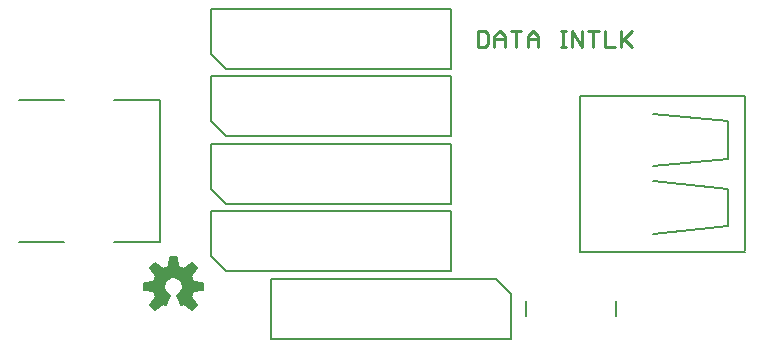
<source format=gto>
G75*
%MOIN*%
%OFA0B0*%
%FSLAX24Y24*%
%IPPOS*%
%LPD*%
%AMOC8*
5,1,8,0,0,1.08239X$1,22.5*
%
%ADD10C,0.0090*%
%ADD11C,0.0080*%
%ADD12C,0.0050*%
%ADD13C,0.0059*%
D10*
X016956Y010255D02*
X017211Y010255D01*
X017297Y010340D01*
X017297Y010680D01*
X017211Y010765D01*
X016956Y010765D01*
X016956Y010255D01*
X017509Y010255D02*
X017509Y010595D01*
X017679Y010765D01*
X017849Y010595D01*
X017849Y010255D01*
X017849Y010510D02*
X017509Y010510D01*
X018061Y010765D02*
X018401Y010765D01*
X018231Y010765D02*
X018231Y010255D01*
X018614Y010255D02*
X018614Y010595D01*
X018784Y010765D01*
X018954Y010595D01*
X018954Y010255D01*
X018954Y010510D02*
X018614Y010510D01*
X019719Y010255D02*
X019889Y010255D01*
X019804Y010255D02*
X019804Y010765D01*
X019719Y010765D02*
X019889Y010765D01*
X020087Y010765D02*
X020427Y010255D01*
X020427Y010765D01*
X020639Y010765D02*
X020980Y010765D01*
X020810Y010765D02*
X020810Y010255D01*
X021192Y010255D02*
X021532Y010255D01*
X021744Y010255D02*
X021744Y010765D01*
X021744Y010425D02*
X022085Y010765D01*
X021829Y010510D02*
X022085Y010255D01*
X021192Y010255D02*
X021192Y010765D01*
X020087Y010765D02*
X020087Y010255D01*
D11*
X006360Y008472D02*
X004825Y008472D01*
X006360Y008472D02*
X006360Y003748D01*
X004825Y003748D01*
X003171Y003748D02*
X001675Y003748D01*
X001675Y008472D02*
X003171Y008472D01*
X018561Y001760D02*
X018561Y001260D01*
X021561Y001260D02*
X021561Y001760D01*
D12*
X018061Y002010D02*
X018061Y000510D01*
X010061Y000510D01*
X010061Y002510D01*
X017561Y002510D01*
X018061Y002010D01*
X016061Y002760D02*
X016061Y004760D01*
X008061Y004760D01*
X008061Y003260D01*
X008561Y002760D01*
X016061Y002760D01*
X020351Y003450D02*
X020351Y008570D01*
X020356Y008595D02*
X025861Y008595D01*
X025861Y008560D02*
X025861Y003460D01*
X025861Y003425D02*
X020356Y003425D01*
X022811Y004010D02*
X025311Y004260D01*
X025311Y005510D01*
X022811Y005760D01*
X022811Y006260D02*
X025311Y006510D01*
X025311Y007760D01*
X022811Y008010D01*
X016061Y007260D02*
X016061Y009260D01*
X008061Y009260D01*
X008061Y007760D01*
X008561Y007260D01*
X016061Y007260D01*
X016061Y007010D02*
X016061Y005010D01*
X008561Y005010D01*
X008061Y005510D01*
X008061Y007010D01*
X016061Y007010D01*
X016061Y009510D02*
X016061Y011510D01*
X008061Y011510D01*
X008061Y010010D01*
X008561Y009510D01*
X016061Y009510D01*
D13*
X006152Y002108D02*
X005834Y002140D01*
X005834Y002380D01*
X006152Y002412D01*
X006186Y002519D01*
X006237Y002619D01*
X006036Y002866D01*
X006205Y003036D01*
X006453Y002834D01*
X006552Y002885D01*
X006659Y002919D01*
X006691Y003237D01*
X006931Y003237D01*
X006963Y002919D01*
X007070Y002885D01*
X007170Y002834D01*
X007417Y003036D01*
X007587Y002866D01*
X007385Y002619D01*
X007436Y002519D01*
X007471Y002412D01*
X007788Y002380D01*
X007788Y002140D01*
X007471Y002108D01*
X007436Y002001D01*
X007385Y001901D01*
X007587Y001654D01*
X007417Y001484D01*
X007170Y001686D01*
X007070Y001635D01*
X006929Y001976D01*
X006985Y002006D01*
X007033Y002047D01*
X007072Y002096D01*
X007100Y002153D01*
X007115Y002214D01*
X007118Y002277D01*
X007108Y002340D01*
X007086Y002399D01*
X007052Y002452D01*
X007007Y002497D01*
X006955Y002532D01*
X006896Y002556D01*
X006834Y002567D01*
X006771Y002565D01*
X006710Y002550D01*
X006653Y002523D01*
X006602Y002485D01*
X006560Y002438D01*
X006529Y002383D01*
X006510Y002323D01*
X006504Y002260D01*
X006510Y002200D01*
X006527Y002142D01*
X006555Y002089D01*
X006594Y002042D01*
X006640Y002004D01*
X006694Y001976D01*
X006552Y001635D01*
X006453Y001686D01*
X006205Y001484D01*
X006036Y001654D01*
X006237Y001901D01*
X006186Y002001D01*
X006152Y002108D01*
X006166Y002064D02*
X006576Y002064D01*
X006538Y002122D02*
X006016Y002122D01*
X005834Y002179D02*
X006516Y002179D01*
X006506Y002237D02*
X005834Y002237D01*
X005834Y002294D02*
X006507Y002294D01*
X006519Y002352D02*
X005834Y002352D01*
X006124Y002409D02*
X006544Y002409D01*
X006586Y002467D02*
X006169Y002467D01*
X006189Y002524D02*
X006655Y002524D01*
X006966Y002524D02*
X007434Y002524D01*
X007453Y002467D02*
X007037Y002467D01*
X007079Y002409D02*
X007499Y002409D01*
X007404Y002582D02*
X006219Y002582D01*
X006220Y002640D02*
X007402Y002640D01*
X007449Y002697D02*
X006173Y002697D01*
X006126Y002755D02*
X007496Y002755D01*
X007543Y002812D02*
X006080Y002812D01*
X006039Y002870D02*
X006409Y002870D01*
X006338Y002927D02*
X006097Y002927D01*
X006155Y002985D02*
X006267Y002985D01*
X006522Y002870D02*
X007100Y002870D01*
X007214Y002870D02*
X007583Y002870D01*
X007526Y002927D02*
X007284Y002927D01*
X007355Y002985D02*
X007468Y002985D01*
X006963Y002927D02*
X006660Y002927D01*
X006666Y002985D02*
X006957Y002985D01*
X006951Y003042D02*
X006672Y003042D01*
X006677Y003100D02*
X006945Y003100D01*
X006939Y003158D02*
X006683Y003158D01*
X006689Y003215D02*
X006933Y003215D01*
X007104Y002352D02*
X007788Y002352D01*
X007788Y002294D02*
X007116Y002294D01*
X007116Y002237D02*
X007788Y002237D01*
X007788Y002179D02*
X007106Y002179D01*
X007084Y002122D02*
X007606Y002122D01*
X007457Y002064D02*
X007046Y002064D01*
X006985Y002006D02*
X007438Y002006D01*
X007410Y001949D02*
X006940Y001949D01*
X006964Y001891D02*
X007393Y001891D01*
X007440Y001834D02*
X006988Y001834D01*
X007012Y001776D02*
X007487Y001776D01*
X007534Y001719D02*
X007035Y001719D01*
X007059Y001661D02*
X007121Y001661D01*
X007201Y001661D02*
X007581Y001661D01*
X007536Y001604D02*
X007271Y001604D01*
X007342Y001546D02*
X007479Y001546D01*
X007421Y001488D02*
X007412Y001488D01*
X006635Y001834D02*
X006182Y001834D01*
X006229Y001891D02*
X006659Y001891D01*
X006682Y001949D02*
X006213Y001949D01*
X006184Y002006D02*
X006638Y002006D01*
X006611Y001776D02*
X006135Y001776D01*
X006088Y001719D02*
X006587Y001719D01*
X006563Y001661D02*
X006501Y001661D01*
X006422Y001661D02*
X006041Y001661D01*
X006086Y001604D02*
X006351Y001604D01*
X006281Y001546D02*
X006144Y001546D01*
X006201Y001488D02*
X006210Y001488D01*
M02*

</source>
